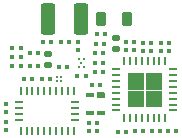
<source format=gbr>
%TF.GenerationSoftware,KiCad,Pcbnew,(7.0.0)*%
%TF.CreationDate,2023-07-18T09:38:25-04:00*%
%TF.ProjectId,headstage-neuropix1e,68656164-7374-4616-9765-2d6e6575726f,A*%
%TF.SameCoordinates,Original*%
%TF.FileFunction,Paste,Bot*%
%TF.FilePolarity,Positive*%
%FSLAX46Y46*%
G04 Gerber Fmt 4.6, Leading zero omitted, Abs format (unit mm)*
G04 Created by KiCad (PCBNEW (7.0.0)) date 2023-07-18 09:38:25*
%MOMM*%
%LPD*%
G01*
G04 APERTURE LIST*
G04 Aperture macros list*
%AMRoundRect*
0 Rectangle with rounded corners*
0 $1 Rounding radius*
0 $2 $3 $4 $5 $6 $7 $8 $9 X,Y pos of 4 corners*
0 Add a 4 corners polygon primitive as box body*
4,1,4,$2,$3,$4,$5,$6,$7,$8,$9,$2,$3,0*
0 Add four circle primitives for the rounded corners*
1,1,$1+$1,$2,$3*
1,1,$1+$1,$4,$5*
1,1,$1+$1,$6,$7*
1,1,$1+$1,$8,$9*
0 Add four rect primitives between the rounded corners*
20,1,$1+$1,$2,$3,$4,$5,0*
20,1,$1+$1,$4,$5,$6,$7,0*
20,1,$1+$1,$6,$7,$8,$9,0*
20,1,$1+$1,$8,$9,$2,$3,0*%
%AMFreePoly0*
4,1,6,0.350000,-0.250000,-0.225000,-0.250000,-0.350000,-0.125000,-0.350000,0.250000,0.350000,0.250000,0.350000,-0.250000,0.350000,-0.250000,$1*%
G04 Aperture macros list end*
%ADD10C,0.100000*%
%ADD11RoundRect,0.079500X-0.079500X-0.100500X0.079500X-0.100500X0.079500X0.100500X-0.079500X0.100500X0*%
%ADD12RoundRect,0.140000X-0.170000X0.140000X-0.170000X-0.140000X0.170000X-0.140000X0.170000X0.140000X0*%
%ADD13C,0.200000*%
%ADD14RoundRect,0.079500X0.079500X0.100500X-0.079500X0.100500X-0.079500X-0.100500X0.079500X-0.100500X0*%
%ADD15RoundRect,0.218750X0.218750X0.381250X-0.218750X0.381250X-0.218750X-0.381250X0.218750X-0.381250X0*%
%ADD16C,0.216000*%
%ADD17R,0.254000X0.675000*%
%ADD18R,0.675000X0.254000*%
%ADD19RoundRect,0.079500X0.100500X-0.079500X0.100500X0.079500X-0.100500X0.079500X-0.100500X-0.079500X0*%
%ADD20RoundRect,0.140000X0.170000X-0.140000X0.170000X0.140000X-0.170000X0.140000X-0.170000X-0.140000X0*%
%ADD21FreePoly0,180.000000*%
%ADD22R,0.700000X0.400000*%
%ADD23RoundRect,0.079500X-0.100500X0.079500X-0.100500X-0.079500X0.100500X-0.079500X0.100500X0.079500X0*%
%ADD24RoundRect,0.036000X-0.264000X0.084000X-0.264000X-0.084000X0.264000X-0.084000X0.264000X0.084000X0*%
%ADD25RoundRect,0.036000X0.084000X0.264000X-0.084000X0.264000X-0.084000X-0.264000X0.084000X-0.264000X0*%
%ADD26RoundRect,0.036000X-0.084000X-0.264000X0.084000X-0.264000X0.084000X0.264000X-0.084000X0.264000X0*%
%ADD27RoundRect,0.250000X-0.375000X-1.075000X0.375000X-1.075000X0.375000X1.075000X-0.375000X1.075000X0*%
G04 APERTURE END LIST*
%TO.C,U5*%
G36*
X147250003Y-95900000D02*
G01*
X145950003Y-95900000D01*
X145950003Y-94600000D01*
X147250003Y-94600000D01*
X147250003Y-95900000D01*
G37*
D10*
X147250003Y-95900000D02*
X145950003Y-95900000D01*
X145950003Y-94600000D01*
X147250003Y-94600000D01*
X147250003Y-95900000D01*
G36*
X147250003Y-94400003D02*
G01*
X145950003Y-94400003D01*
X145950003Y-93100003D01*
X147250003Y-93100003D01*
X147250003Y-94400003D01*
G37*
X147250003Y-94400003D02*
X145950003Y-94400003D01*
X145950003Y-93100003D01*
X147250003Y-93100003D01*
X147250003Y-94400003D01*
G36*
X148750000Y-95900000D02*
G01*
X147450000Y-95900000D01*
X147450000Y-94600000D01*
X148750000Y-94600000D01*
X148750000Y-95900000D01*
G37*
X148750000Y-95900000D02*
X147450000Y-95900000D01*
X147450000Y-94600000D01*
X148750000Y-94600000D01*
X148750000Y-95900000D01*
G36*
X148750000Y-94400003D02*
G01*
X147450000Y-94400003D01*
X147450000Y-93100003D01*
X148750000Y-93100003D01*
X148750000Y-94400003D01*
G37*
X148750000Y-94400003D02*
X147450000Y-94400003D01*
X147450000Y-93100003D01*
X148750000Y-93100003D01*
X148750000Y-94400003D01*
%TD*%
D11*
%TO.C,C4*%
X137655000Y-92490000D03*
X138345000Y-92490000D03*
%TD*%
%TO.C,C3*%
X137615000Y-91410000D03*
X138305000Y-91410000D03*
%TD*%
D12*
%TO.C,C5*%
X139190000Y-91450000D03*
X139190000Y-92410000D03*
%TD*%
D13*
%TO.C,U1*%
X139935000Y-93415000D03*
X139935000Y-93765000D03*
X140285000Y-93415000D03*
X140285000Y-93765000D03*
%TD*%
D11*
%TO.C,C2*%
X140055000Y-92530000D03*
X140745000Y-92530000D03*
%TD*%
D14*
%TO.C,C1*%
X139325000Y-93590000D03*
X138635000Y-93590000D03*
%TD*%
D15*
%TO.C,L2*%
X145812500Y-88500000D03*
X143687500Y-88500000D03*
%TD*%
D14*
%TO.C,C14*%
X145765000Y-98050000D03*
X145075000Y-98050000D03*
%TD*%
D11*
%TO.C,R9*%
X143155000Y-93000000D03*
X143845000Y-93000000D03*
%TD*%
%TO.C,R6*%
X148755000Y-90550000D03*
X149445000Y-90550000D03*
%TD*%
D16*
%TO.C,U8*%
X141800000Y-92546500D03*
X142200000Y-92546500D03*
X142000000Y-92200000D03*
X141800000Y-91853500D03*
X142200000Y-91853500D03*
%TD*%
D14*
%TO.C,C31*%
X142345000Y-93300000D03*
X141655000Y-93300000D03*
%TD*%
D17*
%TO.C,U9*%
X136849999Y-97962499D03*
D18*
X136712499Y-97049999D03*
X136712499Y-96549999D03*
X136712499Y-96049999D03*
X136712499Y-95549999D03*
D17*
X136849999Y-94637499D03*
X137349999Y-94637499D03*
X137849999Y-94637499D03*
X138349999Y-94637499D03*
X138849999Y-94637499D03*
X139349999Y-94637499D03*
X139849999Y-94637499D03*
X140349999Y-94637499D03*
X140849999Y-94637499D03*
X141349999Y-94637499D03*
D18*
X141487499Y-95549999D03*
X141487499Y-96049999D03*
X141487499Y-96549999D03*
X141487499Y-97049999D03*
D17*
X141349999Y-97962499D03*
X140849999Y-97962499D03*
X140349999Y-97962499D03*
X139849999Y-97962499D03*
X139349999Y-97962499D03*
X138849999Y-97962499D03*
X138349999Y-97962499D03*
X137849999Y-97962499D03*
X137349999Y-97962499D03*
%TD*%
D19*
%TO.C,R16*%
X141700000Y-91145000D03*
X141700000Y-90455000D03*
%TD*%
D11*
%TO.C,R8*%
X143155000Y-91400000D03*
X143845000Y-91400000D03*
%TD*%
%TO.C,C34*%
X137155000Y-93600000D03*
X137845000Y-93600000D03*
%TD*%
D20*
%TO.C,C17*%
X144900000Y-91080000D03*
X144900000Y-90120000D03*
%TD*%
D11*
%TO.C,R3*%
X138755000Y-90450000D03*
X139445000Y-90450000D03*
%TD*%
D19*
%TO.C,C16*%
X146450000Y-91145000D03*
X146450000Y-90455000D03*
%TD*%
D21*
%TO.C,U7*%
X143675000Y-94975000D03*
D22*
X143674999Y-96474999D03*
X142724999Y-96474999D03*
X142724999Y-94924999D03*
%TD*%
D14*
%TO.C,L3*%
X143255000Y-90600000D03*
X143945000Y-90600000D03*
%TD*%
D19*
%TO.C,C8*%
X136120000Y-92445000D03*
X136120000Y-91755000D03*
%TD*%
D11*
%TO.C,C12*%
X149335000Y-98000000D03*
X150025000Y-98000000D03*
%TD*%
D23*
%TO.C,R17*%
X143350000Y-97305000D03*
X143350000Y-97995000D03*
%TD*%
D14*
%TO.C,C26*%
X143845000Y-92200000D03*
X143155000Y-92200000D03*
%TD*%
D23*
%TO.C,C33*%
X135650000Y-97205000D03*
X135650000Y-97895000D03*
%TD*%
D19*
%TO.C,C30*%
X142620000Y-97985000D03*
X142620000Y-97295000D03*
%TD*%
%TO.C,C24*%
X147900000Y-91245000D03*
X147900000Y-90555000D03*
%TD*%
D14*
%TO.C,C11*%
X148625000Y-98000000D03*
X147935000Y-98000000D03*
%TD*%
D11*
%TO.C,C28*%
X140255000Y-90450000D03*
X140945000Y-90450000D03*
%TD*%
%TO.C,R4*%
X143305000Y-89800000D03*
X143995000Y-89800000D03*
%TD*%
%TO.C,C13*%
X146505000Y-98000000D03*
X147195000Y-98000000D03*
%TD*%
D19*
%TO.C,C10*%
X136870000Y-92445000D03*
X136870000Y-91755000D03*
%TD*%
D23*
%TO.C,C32*%
X135650000Y-95705000D03*
X135650000Y-96395000D03*
%TD*%
D19*
%TO.C,C15*%
X145750000Y-91145000D03*
X145750000Y-90455000D03*
%TD*%
D24*
%TO.C,U5*%
X144950000Y-96250000D03*
X144950000Y-95750000D03*
X144950000Y-95250000D03*
X144950000Y-94750000D03*
X144950000Y-94250000D03*
X144950000Y-93750000D03*
X144950000Y-93250000D03*
X144950000Y-92750000D03*
D25*
X145600000Y-92100000D03*
X146100000Y-92100000D03*
X146600000Y-92100000D03*
X147100000Y-92100000D03*
X147600000Y-92100000D03*
X148100000Y-92100000D03*
D26*
X148600000Y-92100000D03*
D25*
X149100000Y-92100000D03*
D24*
X149750000Y-92750000D03*
X149750000Y-93250000D03*
X149750000Y-93750000D03*
X149750000Y-94250000D03*
X149750000Y-94750000D03*
X149750000Y-95250001D03*
X149750000Y-95750000D03*
X149750000Y-96250000D03*
D25*
X149100000Y-96900000D03*
X148600000Y-96900000D03*
X148100000Y-96900000D03*
X147600000Y-96900000D03*
X147100000Y-96900000D03*
X146600000Y-96900000D03*
X146100000Y-96900000D03*
X145600000Y-96900000D03*
%TD*%
D11*
%TO.C,C7*%
X136155000Y-91000000D03*
X136845000Y-91000000D03*
%TD*%
D27*
%TO.C,L1*%
X139200000Y-88500000D03*
X142000000Y-88500000D03*
%TD*%
D14*
%TO.C,R7*%
X149445000Y-91250000D03*
X148755000Y-91250000D03*
%TD*%
D11*
%TO.C,C29*%
X142855000Y-94100000D03*
X143545000Y-94100000D03*
%TD*%
D19*
%TO.C,C25*%
X147200000Y-91245000D03*
X147200000Y-90555000D03*
%TD*%
M02*

</source>
